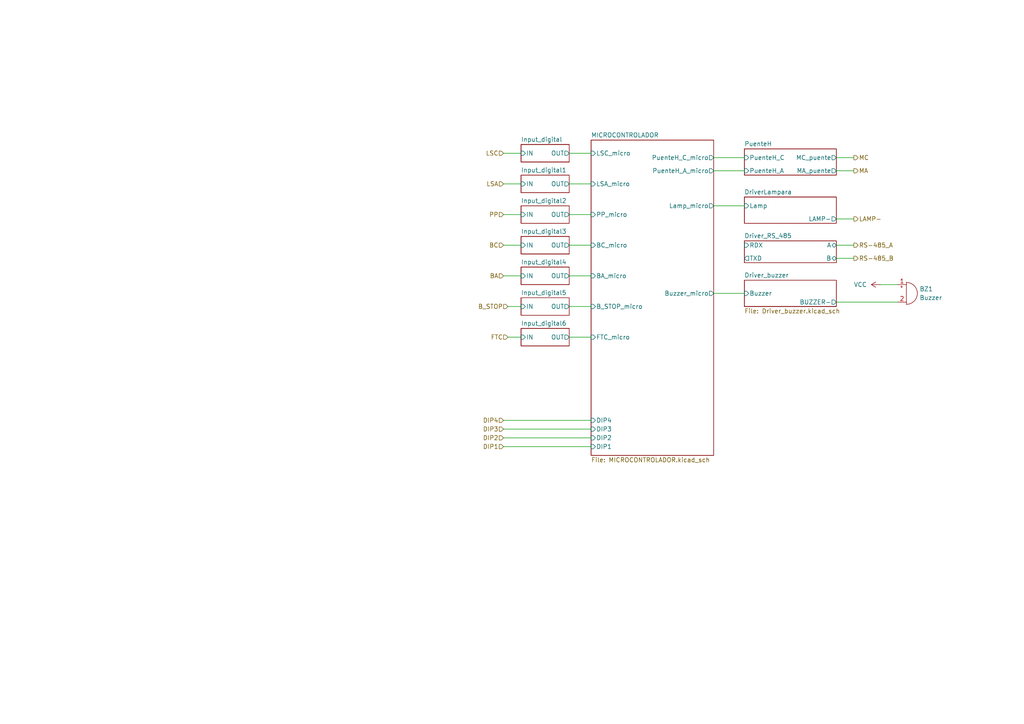
<source format=kicad_sch>
(kicad_sch
	(version 20250114)
	(generator "eeschema")
	(generator_version "9.0")
	(uuid "d0fe5677-f880-4651-8774-e9aeb304ae1a")
	(paper "A4")
	(lib_symbols
		(symbol "Device:Buzzer"
			(pin_names
				(offset 0.0254)
				(hide yes)
			)
			(exclude_from_sim no)
			(in_bom yes)
			(on_board yes)
			(property "Reference" "BZ"
				(at 3.81 1.27 0)
				(effects
					(font
						(size 1.27 1.27)
					)
					(justify left)
				)
			)
			(property "Value" "Buzzer"
				(at 3.81 -1.27 0)
				(effects
					(font
						(size 1.27 1.27)
					)
					(justify left)
				)
			)
			(property "Footprint" ""
				(at -0.635 2.54 90)
				(effects
					(font
						(size 1.27 1.27)
					)
					(hide yes)
				)
			)
			(property "Datasheet" "~"
				(at -0.635 2.54 90)
				(effects
					(font
						(size 1.27 1.27)
					)
					(hide yes)
				)
			)
			(property "Description" "Buzzer, polarized"
				(at 0 0 0)
				(effects
					(font
						(size 1.27 1.27)
					)
					(hide yes)
				)
			)
			(property "ki_keywords" "quartz resonator ceramic"
				(at 0 0 0)
				(effects
					(font
						(size 1.27 1.27)
					)
					(hide yes)
				)
			)
			(property "ki_fp_filters" "*Buzzer*"
				(at 0 0 0)
				(effects
					(font
						(size 1.27 1.27)
					)
					(hide yes)
				)
			)
			(symbol "Buzzer_0_1"
				(polyline
					(pts
						(xy -1.651 1.905) (xy -1.143 1.905)
					)
					(stroke
						(width 0)
						(type default)
					)
					(fill
						(type none)
					)
				)
				(polyline
					(pts
						(xy -1.397 2.159) (xy -1.397 1.651)
					)
					(stroke
						(width 0)
						(type default)
					)
					(fill
						(type none)
					)
				)
				(arc
					(start 0 3.175)
					(mid 3.1612 0)
					(end 0 -3.175)
					(stroke
						(width 0)
						(type default)
					)
					(fill
						(type none)
					)
				)
				(polyline
					(pts
						(xy 0 3.175) (xy 0 -3.175)
					)
					(stroke
						(width 0)
						(type default)
					)
					(fill
						(type none)
					)
				)
			)
			(symbol "Buzzer_1_1"
				(pin passive line
					(at -2.54 2.54 0)
					(length 2.54)
					(name "+"
						(effects
							(font
								(size 1.27 1.27)
							)
						)
					)
					(number "1"
						(effects
							(font
								(size 1.27 1.27)
							)
						)
					)
				)
				(pin passive line
					(at -2.54 -2.54 0)
					(length 2.54)
					(name "-"
						(effects
							(font
								(size 1.27 1.27)
							)
						)
					)
					(number "2"
						(effects
							(font
								(size 1.27 1.27)
							)
						)
					)
				)
			)
			(embedded_fonts no)
		)
		(symbol "power:VCC"
			(power)
			(pin_numbers
				(hide yes)
			)
			(pin_names
				(offset 0)
				(hide yes)
			)
			(exclude_from_sim no)
			(in_bom yes)
			(on_board yes)
			(property "Reference" "#PWR"
				(at 0 -3.81 0)
				(effects
					(font
						(size 1.27 1.27)
					)
					(hide yes)
				)
			)
			(property "Value" "VCC"
				(at 0 3.556 0)
				(effects
					(font
						(size 1.27 1.27)
					)
				)
			)
			(property "Footprint" ""
				(at 0 0 0)
				(effects
					(font
						(size 1.27 1.27)
					)
					(hide yes)
				)
			)
			(property "Datasheet" ""
				(at 0 0 0)
				(effects
					(font
						(size 1.27 1.27)
					)
					(hide yes)
				)
			)
			(property "Description" "Power symbol creates a global label with name \"VCC\""
				(at 0 0 0)
				(effects
					(font
						(size 1.27 1.27)
					)
					(hide yes)
				)
			)
			(property "ki_keywords" "global power"
				(at 0 0 0)
				(effects
					(font
						(size 1.27 1.27)
					)
					(hide yes)
				)
			)
			(symbol "VCC_0_1"
				(polyline
					(pts
						(xy -0.762 1.27) (xy 0 2.54)
					)
					(stroke
						(width 0)
						(type default)
					)
					(fill
						(type none)
					)
				)
				(polyline
					(pts
						(xy 0 2.54) (xy 0.762 1.27)
					)
					(stroke
						(width 0)
						(type default)
					)
					(fill
						(type none)
					)
				)
				(polyline
					(pts
						(xy 0 0) (xy 0 2.54)
					)
					(stroke
						(width 0)
						(type default)
					)
					(fill
						(type none)
					)
				)
			)
			(symbol "VCC_1_1"
				(pin power_in line
					(at 0 0 90)
					(length 0)
					(name "~"
						(effects
							(font
								(size 1.27 1.27)
							)
						)
					)
					(number "1"
						(effects
							(font
								(size 1.27 1.27)
							)
						)
					)
				)
			)
			(embedded_fonts no)
		)
	)
	(wire
		(pts
			(xy 146.05 124.46) (xy 171.45 124.46)
		)
		(stroke
			(width 0)
			(type default)
		)
		(uuid "00c3f3d2-9400-418b-9868-5d78c4cbf39e")
	)
	(wire
		(pts
			(xy 146.05 121.92) (xy 171.45 121.92)
		)
		(stroke
			(width 0)
			(type default)
		)
		(uuid "00da3a63-4639-4c33-9a16-d4ba389ae782")
	)
	(wire
		(pts
			(xy 165.1 97.79) (xy 171.45 97.79)
		)
		(stroke
			(width 0)
			(type default)
		)
		(uuid "058bcb01-c98c-4d8a-9271-a0b84e83ddb9")
	)
	(wire
		(pts
			(xy 242.57 71.12) (xy 247.65 71.12)
		)
		(stroke
			(width 0)
			(type default)
		)
		(uuid "08017cf5-8b11-4c78-921b-76956db02e56")
	)
	(wire
		(pts
			(xy 165.1 62.23) (xy 171.45 62.23)
		)
		(stroke
			(width 0)
			(type default)
		)
		(uuid "0ad70b3b-eb2d-41e6-832d-dcf01a9451ee")
	)
	(wire
		(pts
			(xy 242.57 63.5) (xy 247.65 63.5)
		)
		(stroke
			(width 0)
			(type default)
		)
		(uuid "1206da60-1f74-4d2b-b2ba-39650ab111f4")
	)
	(wire
		(pts
			(xy 146.05 129.54) (xy 171.45 129.54)
		)
		(stroke
			(width 0)
			(type default)
		)
		(uuid "1468d6a1-ae65-4116-940e-7476c6b0410e")
	)
	(wire
		(pts
			(xy 207.01 45.72) (xy 215.9 45.72)
		)
		(stroke
			(width 0)
			(type default)
		)
		(uuid "1e335ddf-87f7-4945-bfbd-eddd36700f65")
	)
	(wire
		(pts
			(xy 255.27 82.55) (xy 260.35 82.55)
		)
		(stroke
			(width 0)
			(type default)
		)
		(uuid "1f1b7efc-fee3-4540-841b-f2a9ae90df53")
	)
	(wire
		(pts
			(xy 242.57 87.63) (xy 260.35 87.63)
		)
		(stroke
			(width 0)
			(type default)
		)
		(uuid "3110dfd6-0295-44d3-b5a6-255887647c74")
	)
	(wire
		(pts
			(xy 165.1 44.45) (xy 171.45 44.45)
		)
		(stroke
			(width 0)
			(type default)
		)
		(uuid "362117b9-2306-42b0-b104-cd9b0839b119")
	)
	(wire
		(pts
			(xy 242.57 49.53) (xy 247.65 49.53)
		)
		(stroke
			(width 0)
			(type default)
		)
		(uuid "4720cc22-da3b-45cd-8c34-ffbab27b0d75")
	)
	(wire
		(pts
			(xy 207.01 85.09) (xy 215.9 85.09)
		)
		(stroke
			(width 0)
			(type default)
		)
		(uuid "5809c0ba-9e3c-4007-b788-7e938b86206d")
	)
	(wire
		(pts
			(xy 146.05 127) (xy 171.45 127)
		)
		(stroke
			(width 0)
			(type default)
		)
		(uuid "59957391-6af1-4b76-83a1-cc0b94e4e790")
	)
	(wire
		(pts
			(xy 165.1 88.9) (xy 171.45 88.9)
		)
		(stroke
			(width 0)
			(type default)
		)
		(uuid "599a7d92-85e5-4f5f-93cd-a8c9ff16fc39")
	)
	(wire
		(pts
			(xy 146.05 44.45) (xy 151.13 44.45)
		)
		(stroke
			(width 0)
			(type default)
		)
		(uuid "5b38a06d-1ae9-455f-bbbe-2336cd336613")
	)
	(wire
		(pts
			(xy 146.05 62.23) (xy 151.13 62.23)
		)
		(stroke
			(width 0)
			(type default)
		)
		(uuid "6467e95c-d278-4639-9b09-93d235c8f937")
	)
	(wire
		(pts
			(xy 207.01 49.53) (xy 215.9 49.53)
		)
		(stroke
			(width 0)
			(type default)
		)
		(uuid "8652a962-6e1d-4a44-8eb7-879ec739f83e")
	)
	(wire
		(pts
			(xy 242.57 45.72) (xy 247.65 45.72)
		)
		(stroke
			(width 0)
			(type default)
		)
		(uuid "a4fda204-f2f6-4131-906c-3b138cecaeb5")
	)
	(wire
		(pts
			(xy 146.05 53.34) (xy 151.13 53.34)
		)
		(stroke
			(width 0)
			(type default)
		)
		(uuid "a9ecc670-3a14-4dc5-9de1-1ac76616737d")
	)
	(wire
		(pts
			(xy 146.05 71.12) (xy 151.13 71.12)
		)
		(stroke
			(width 0)
			(type default)
		)
		(uuid "b1ee17b1-1542-491a-9564-99c7b03189b3")
	)
	(wire
		(pts
			(xy 207.01 59.69) (xy 215.9 59.69)
		)
		(stroke
			(width 0)
			(type default)
		)
		(uuid "b8617acc-f85a-46dc-80c8-d790420358ce")
	)
	(wire
		(pts
			(xy 147.32 97.79) (xy 151.13 97.79)
		)
		(stroke
			(width 0)
			(type default)
		)
		(uuid "bf242e5a-ee05-47b5-9854-e2c87827d93f")
	)
	(wire
		(pts
			(xy 242.57 74.93) (xy 247.65 74.93)
		)
		(stroke
			(width 0)
			(type default)
		)
		(uuid "d04ab56b-0b19-44ce-8716-f722d855d3b4")
	)
	(wire
		(pts
			(xy 165.1 53.34) (xy 171.45 53.34)
		)
		(stroke
			(width 0)
			(type default)
		)
		(uuid "d23f534f-2dec-4b57-aa23-165c9a8b458f")
	)
	(wire
		(pts
			(xy 165.1 71.12) (xy 171.45 71.12)
		)
		(stroke
			(width 0)
			(type default)
		)
		(uuid "dbe99ae2-52ac-4ddc-8f6f-522ed0da12a3")
	)
	(wire
		(pts
			(xy 146.05 80.01) (xy 151.13 80.01)
		)
		(stroke
			(width 0)
			(type default)
		)
		(uuid "e244d5d7-4f1c-408e-859a-c763c265176f")
	)
	(wire
		(pts
			(xy 147.32 88.9) (xy 151.13 88.9)
		)
		(stroke
			(width 0)
			(type default)
		)
		(uuid "ea0f7266-d23a-4698-96c3-ff21ee4fad2c")
	)
	(wire
		(pts
			(xy 165.1 80.01) (xy 171.45 80.01)
		)
		(stroke
			(width 0)
			(type default)
		)
		(uuid "f09b4cd0-cceb-45f3-a7d9-f9f4eec3fe45")
	)
	(hierarchical_label "PP"
		(shape input)
		(at 146.05 62.23 180)
		(effects
			(font
				(size 1.27 1.27)
			)
			(justify right)
		)
		(uuid "107aaee1-f3cd-4a48-b284-5cc7ff503d93")
	)
	(hierarchical_label "MC"
		(shape output)
		(at 247.65 45.72 0)
		(effects
			(font
				(size 1.27 1.27)
			)
			(justify left)
		)
		(uuid "2b73c386-a490-4f2b-871c-762513c9c057")
	)
	(hierarchical_label "DIP1"
		(shape input)
		(at 146.05 129.54 180)
		(effects
			(font
				(size 1.27 1.27)
			)
			(justify right)
		)
		(uuid "2d22d601-5141-4bfc-a370-7bbf2ad17032")
	)
	(hierarchical_label "LSC"
		(shape input)
		(at 146.05 44.45 180)
		(effects
			(font
				(size 1.27 1.27)
			)
			(justify right)
		)
		(uuid "46f98ffd-545c-4593-9fc7-cf54d9c1fafd")
	)
	(hierarchical_label "LAMP-"
		(shape output)
		(at 247.65 63.5 0)
		(effects
			(font
				(size 1.27 1.27)
			)
			(justify left)
		)
		(uuid "476f71c0-a2b1-401c-89c2-18167d394dc0")
	)
	(hierarchical_label "MA"
		(shape output)
		(at 247.65 49.53 0)
		(effects
			(font
				(size 1.27 1.27)
			)
			(justify left)
		)
		(uuid "48808b55-9fd3-491c-bba5-b506f1a81ef0")
	)
	(hierarchical_label "RS-485_B"
		(shape output)
		(at 247.65 74.93 0)
		(effects
			(font
				(size 1.27 1.27)
			)
			(justify left)
		)
		(uuid "6552502d-6c76-48a4-82ec-7e270f383e58")
	)
	(hierarchical_label "DIP3"
		(shape input)
		(at 146.05 124.46 180)
		(effects
			(font
				(size 1.27 1.27)
			)
			(justify right)
		)
		(uuid "67f3ab1e-2b8a-4cf7-80ba-6a023073a0f4")
	)
	(hierarchical_label "BA"
		(shape input)
		(at 146.05 80.01 180)
		(effects
			(font
				(size 1.27 1.27)
			)
			(justify right)
		)
		(uuid "8c66cd03-e072-4ed3-ab13-13ab652737ff")
	)
	(hierarchical_label "B_STOP"
		(shape input)
		(at 147.32 88.9 180)
		(effects
			(font
				(size 1.27 1.27)
			)
			(justify right)
		)
		(uuid "935dc878-5d11-4a05-8072-e48216e53eef")
	)
	(hierarchical_label "BC"
		(shape input)
		(at 146.05 71.12 180)
		(effects
			(font
				(size 1.27 1.27)
			)
			(justify right)
		)
		(uuid "a3509665-f516-4e3d-b528-80b6a5d6d73e")
	)
	(hierarchical_label "LSA"
		(shape input)
		(at 146.05 53.34 180)
		(effects
			(font
				(size 1.27 1.27)
			)
			(justify right)
		)
		(uuid "c92c5afa-2f57-416b-a477-9dc99b23ea2e")
	)
	(hierarchical_label "RS-485_A"
		(shape output)
		(at 247.65 71.12 0)
		(effects
			(font
				(size 1.27 1.27)
			)
			(justify left)
		)
		(uuid "ce65a09c-455a-48fe-90b1-26415dc2ab2b")
	)
	(hierarchical_label "DIP4"
		(shape input)
		(at 146.05 121.92 180)
		(effects
			(font
				(size 1.27 1.27)
			)
			(justify right)
		)
		(uuid "d0fec52c-e474-477c-90d7-d22189f4de0c")
	)
	(hierarchical_label "FTC"
		(shape input)
		(at 147.32 97.79 180)
		(effects
			(font
				(size 1.27 1.27)
			)
			(justify right)
		)
		(uuid "db65cbec-27fa-4a75-ade8-0af98b0e9417")
	)
	(hierarchical_label "DIP2"
		(shape input)
		(at 146.05 127 180)
		(effects
			(font
				(size 1.27 1.27)
			)
			(justify right)
		)
		(uuid "ebd901c9-880c-477c-bdaa-123f8fbdd081")
	)
	(symbol
		(lib_id "Device:Buzzer")
		(at 262.89 85.09 0)
		(unit 1)
		(exclude_from_sim no)
		(in_bom yes)
		(on_board yes)
		(dnp no)
		(fields_autoplaced yes)
		(uuid "267dc3c5-7a2d-4ea9-a924-0d17b9b51f60")
		(property "Reference" "BZ1"
			(at 266.7 83.8199 0)
			(effects
				(font
					(size 1.27 1.27)
				)
				(justify left)
			)
		)
		(property "Value" "Buzzer"
			(at 266.7 86.3599 0)
			(effects
				(font
					(size 1.27 1.27)
				)
				(justify left)
			)
		)
		(property "Footprint" ""
			(at 262.255 82.55 90)
			(effects
				(font
					(size 1.27 1.27)
				)
				(hide yes)
			)
		)
		(property "Datasheet" "~"
			(at 262.255 82.55 90)
			(effects
				(font
					(size 1.27 1.27)
				)
				(hide yes)
			)
		)
		(property "Description" "Buzzer, polarized"
			(at 262.89 85.09 0)
			(effects
				(font
					(size 1.27 1.27)
				)
				(hide yes)
			)
		)
		(pin "1"
			(uuid "3e9f92e9-012b-4aa1-87cd-ae50526d850e")
		)
		(pin "2"
			(uuid "2b1d0d1a-6879-4322-b25f-234c19dbffe3")
		)
		(instances
			(project ""
				(path "/1b977d99-1d22-4971-9e37-13f65a474bc7/be4a5a19-382f-465e-8ce7-b4d36dda7d2a"
					(reference "BZ1")
					(unit 1)
				)
			)
		)
	)
	(symbol
		(lib_id "power:VCC")
		(at 255.27 82.55 90)
		(unit 1)
		(exclude_from_sim no)
		(in_bom yes)
		(on_board yes)
		(dnp no)
		(fields_autoplaced yes)
		(uuid "5d1cedd9-5790-49fa-b76b-76696b5f9a54")
		(property "Reference" "#PWR051"
			(at 259.08 82.55 0)
			(effects
				(font
					(size 1.27 1.27)
				)
				(hide yes)
			)
		)
		(property "Value" "VCC"
			(at 251.46 82.5499 90)
			(effects
				(font
					(size 1.27 1.27)
				)
				(justify left)
			)
		)
		(property "Footprint" ""
			(at 255.27 82.55 0)
			(effects
				(font
					(size 1.27 1.27)
				)
				(hide yes)
			)
		)
		(property "Datasheet" ""
			(at 255.27 82.55 0)
			(effects
				(font
					(size 1.27 1.27)
				)
				(hide yes)
			)
		)
		(property "Description" "Power symbol creates a global label with name \"VCC\""
			(at 255.27 82.55 0)
			(effects
				(font
					(size 1.27 1.27)
				)
				(hide yes)
			)
		)
		(pin "1"
			(uuid "48a07a4b-b973-4033-bb56-2ecd731b7622")
		)
		(instances
			(project "MICROOO PUERTA"
				(path "/1b977d99-1d22-4971-9e37-13f65a474bc7/be4a5a19-382f-465e-8ce7-b4d36dda7d2a"
					(reference "#PWR051")
					(unit 1)
				)
			)
		)
	)
	(sheet
		(at 151.13 95.25)
		(size 13.97 5.08)
		(exclude_from_sim no)
		(in_bom yes)
		(on_board yes)
		(dnp no)
		(fields_autoplaced yes)
		(stroke
			(width 0.1524)
			(type solid)
		)
		(fill
			(color 0 0 0 0.0000)
		)
		(uuid "498ee43e-cb17-4bcb-97c5-78d25d4a76d9")
		(property "Sheetname" "Input_digital6"
			(at 151.13 94.5384 0)
			(effects
				(font
					(size 1.27 1.27)
				)
				(justify left bottom)
			)
		)
		(property "Sheetfile" "Input_digital.kicad_sch"
			(at 151.13 100.9146 0)
			(effects
				(font
					(size 1.27 1.27)
				)
				(justify left top)
				(hide yes)
			)
		)
		(pin "IN" input
			(at 151.13 97.79 180)
			(uuid "379934a9-b6e5-4854-b536-32690239b94c")
			(effects
				(font
					(size 1.27 1.27)
				)
				(justify left)
			)
		)
		(pin "OUT" output
			(at 165.1 97.79 0)
			(uuid "354b3e54-9153-4bb4-8da4-306ac2a30e26")
			(effects
				(font
					(size 1.27 1.27)
				)
				(justify right)
			)
		)
		(instances
			(project "MICROOO PUERTA"
				(path "/1b977d99-1d22-4971-9e37-13f65a474bc7/be4a5a19-382f-465e-8ce7-b4d36dda7d2a"
					(page "9")
				)
			)
		)
	)
	(sheet
		(at 215.9 69.85)
		(size 26.67 6.35)
		(exclude_from_sim no)
		(in_bom yes)
		(on_board yes)
		(dnp no)
		(fields_autoplaced yes)
		(stroke
			(width 0.1524)
			(type solid)
		)
		(fill
			(color 0 0 0 0.0000)
		)
		(uuid "5997f8d1-ad14-4af7-ad5c-694bf1e7ea3c")
		(property "Sheetname" "Driver_RS_485"
			(at 215.9 69.1384 0)
			(effects
				(font
					(size 1.27 1.27)
				)
				(justify left bottom)
			)
		)
		(property "Sheetfile" "Driver_RS_485.kicad_sch"
			(at 215.9 76.7846 0)
			(effects
				(font
					(size 1.27 1.27)
				)
				(justify left top)
				(hide yes)
			)
		)
		(pin "A" bidirectional
			(at 242.57 71.12 0)
			(uuid "889e7c72-4230-4ffa-86f8-d163093ffdea")
			(effects
				(font
					(size 1.27 1.27)
				)
				(justify right)
			)
		)
		(pin "B" bidirectional
			(at 242.57 74.93 0)
			(uuid "370dbbfe-20b5-400e-bb9d-2af9f0662417")
			(effects
				(font
					(size 1.27 1.27)
				)
				(justify right)
			)
		)
		(pin "RDX" input
			(at 215.9 71.12 180)
			(uuid "c338716d-b09d-4c4b-95d1-74795dad4225")
			(effects
				(font
					(size 1.27 1.27)
				)
				(justify left)
			)
		)
		(pin "TXD" output
			(at 215.9 74.93 180)
			(uuid "e7d8dea4-1921-4a18-b5c9-d05175c70ff6")
			(effects
				(font
					(size 1.27 1.27)
				)
				(justify left)
			)
		)
		(instances
			(project "MICROOO PUERTA"
				(path "/1b977d99-1d22-4971-9e37-13f65a474bc7/be4a5a19-382f-465e-8ce7-b4d36dda7d2a"
					(page "15")
				)
			)
		)
	)
	(sheet
		(at 215.9 81.28)
		(size 26.67 7.62)
		(exclude_from_sim no)
		(in_bom yes)
		(on_board yes)
		(dnp no)
		(fields_autoplaced yes)
		(stroke
			(width 0.1524)
			(type solid)
		)
		(fill
			(color 0 0 0 0.0000)
		)
		(uuid "5c903b5a-7620-4596-99a3-35d5351c7a41")
		(property "Sheetname" "Driver_buzzer"
			(at 215.9 80.5684 0)
			(effects
				(font
					(size 1.27 1.27)
				)
				(justify left bottom)
			)
		)
		(property "Sheetfile" "Driver_buzzer.kicad_sch"
			(at 215.9 89.4846 0)
			(effects
				(font
					(size 1.27 1.27)
				)
				(justify left top)
			)
		)
		(pin "Buzzer" input
			(at 215.9 85.09 180)
			(uuid "17ab2fd3-47bc-4bad-825d-4ee97b71ed1a")
			(effects
				(font
					(size 1.27 1.27)
				)
				(justify left)
			)
		)
		(pin "BUZZER-" output
			(at 242.57 87.63 0)
			(uuid "a13ec314-88e2-44f7-bf2c-2009ca82e3b7")
			(effects
				(font
					(size 1.27 1.27)
				)
				(justify right)
			)
		)
		(instances
			(project "MICROOO PUERTA"
				(path "/1b977d99-1d22-4971-9e37-13f65a474bc7/be4a5a19-382f-465e-8ce7-b4d36dda7d2a"
					(page "15")
				)
			)
		)
	)
	(sheet
		(at 171.45 40.64)
		(size 35.56 91.44)
		(exclude_from_sim no)
		(in_bom yes)
		(on_board yes)
		(dnp no)
		(fields_autoplaced yes)
		(stroke
			(width 0.1524)
			(type solid)
		)
		(fill
			(color 0 0 0 0.0000)
		)
		(uuid "5df3b7e9-7623-4507-b778-b28e041d7a6c")
		(property "Sheetname" "MICROCONTROLADOR"
			(at 171.45 39.9284 0)
			(effects
				(font
					(size 1.27 1.27)
				)
				(justify left bottom)
			)
		)
		(property "Sheetfile" "MICROCONTROLADOR.kicad_sch"
			(at 171.45 132.6646 0)
			(effects
				(font
					(size 1.27 1.27)
				)
				(justify left top)
			)
		)
		(pin "DIP1" input
			(at 171.45 129.54 180)
			(uuid "8616ee00-7017-4392-9eb7-acb9724f0e9e")
			(effects
				(font
					(size 1.27 1.27)
				)
				(justify left)
			)
		)
		(pin "DIP2" input
			(at 171.45 127 180)
			(uuid "a741d09a-c3b8-432f-8244-776e083237ed")
			(effects
				(font
					(size 1.27 1.27)
				)
				(justify left)
			)
		)
		(pin "DIP3" input
			(at 171.45 124.46 180)
			(uuid "e5c8c760-9686-4fce-8af3-bb43e31ae134")
			(effects
				(font
					(size 1.27 1.27)
				)
				(justify left)
			)
		)
		(pin "DIP4" input
			(at 171.45 121.92 180)
			(uuid "7d6e5eca-5bce-4eb7-8a44-43fa51558b37")
			(effects
				(font
					(size 1.27 1.27)
				)
				(justify left)
			)
		)
		(pin "BA_micro" input
			(at 171.45 80.01 180)
			(uuid "92edf26a-7985-4dcc-92cd-3e0e55a29492")
			(effects
				(font
					(size 1.27 1.27)
				)
				(justify left)
			)
		)
		(pin "BC_micro" input
			(at 171.45 71.12 180)
			(uuid "e3d24562-2c17-44b8-9a10-5cf9605b69fc")
			(effects
				(font
					(size 1.27 1.27)
				)
				(justify left)
			)
		)
		(pin "B_STOP_micro" input
			(at 171.45 88.9 180)
			(uuid "b0354425-7dd9-4a17-9a6b-7716d07975df")
			(effects
				(font
					(size 1.27 1.27)
				)
				(justify left)
			)
		)
		(pin "FTC_micro" input
			(at 171.45 97.79 180)
			(uuid "a902d139-7572-4fb6-b7fb-9b5cf71a0777")
			(effects
				(font
					(size 1.27 1.27)
				)
				(justify left)
			)
		)
		(pin "LSA_micro" input
			(at 171.45 53.34 180)
			(uuid "8b79d217-51c9-4e5f-985d-a2667802cfb1")
			(effects
				(font
					(size 1.27 1.27)
				)
				(justify left)
			)
		)
		(pin "LSC_micro" input
			(at 171.45 44.45 180)
			(uuid "34c2937b-456d-4aa0-9873-fbe601552541")
			(effects
				(font
					(size 1.27 1.27)
				)
				(justify left)
			)
		)
		(pin "PP_micro" input
			(at 171.45 62.23 180)
			(uuid "5dc7a3e6-f5fb-498c-888d-5d2585682f5a")
			(effects
				(font
					(size 1.27 1.27)
				)
				(justify left)
			)
		)
		(pin "Lamp_micro" output
			(at 207.01 59.69 0)
			(uuid "4384b937-6cb8-4f47-8fcf-a90b236dfab3")
			(effects
				(font
					(size 1.27 1.27)
				)
				(justify right)
			)
		)
		(pin "Buzzer_micro" output
			(at 207.01 85.09 0)
			(uuid "79da31cc-cd1a-4587-8799-25e7f7340a27")
			(effects
				(font
					(size 1.27 1.27)
				)
				(justify right)
			)
		)
		(pin "PuenteH_A_micro" output
			(at 207.01 49.53 0)
			(uuid "4f935167-9780-4733-b47e-0560c563d8ea")
			(effects
				(font
					(size 1.27 1.27)
				)
				(justify right)
			)
		)
		(pin "PuenteH_C_micro" output
			(at 207.01 45.72 0)
			(uuid "9e857ab3-c5b4-4a71-9f38-484c63420dfd")
			(effects
				(font
					(size 1.27 1.27)
				)
				(justify right)
			)
		)
		(instances
			(project "MICROOO PUERTA"
				(path "/1b977d99-1d22-4971-9e37-13f65a474bc7/be4a5a19-382f-465e-8ce7-b4d36dda7d2a"
					(page "11")
				)
			)
		)
	)
	(sheet
		(at 151.13 50.8)
		(size 13.97 5.08)
		(exclude_from_sim no)
		(in_bom yes)
		(on_board yes)
		(dnp no)
		(fields_autoplaced yes)
		(stroke
			(width 0.1524)
			(type solid)
		)
		(fill
			(color 0 0 0 0.0000)
		)
		(uuid "63227406-7c3d-4285-83a6-b42f83ceff6b")
		(property "Sheetname" "Input_digital1"
			(at 151.13 50.0884 0)
			(effects
				(font
					(size 1.27 1.27)
				)
				(justify left bottom)
			)
		)
		(property "Sheetfile" "Input_digital.kicad_sch"
			(at 151.13 56.4646 0)
			(effects
				(font
					(size 1.27 1.27)
				)
				(justify left top)
				(hide yes)
			)
		)
		(pin "IN" input
			(at 151.13 53.34 180)
			(uuid "88af3a2a-0092-436f-a048-19872ee4ec13")
			(effects
				(font
					(size 1.27 1.27)
				)
				(justify left)
			)
		)
		(pin "OUT" output
			(at 165.1 53.34 0)
			(uuid "0fa70248-7ba3-497e-a066-1bbdfbea0256")
			(effects
				(font
					(size 1.27 1.27)
				)
				(justify right)
			)
		)
		(instances
			(project "MICROOO PUERTA"
				(path "/1b977d99-1d22-4971-9e37-13f65a474bc7/be4a5a19-382f-465e-8ce7-b4d36dda7d2a"
					(page "4")
				)
			)
		)
	)
	(sheet
		(at 151.13 77.47)
		(size 13.97 5.08)
		(exclude_from_sim no)
		(in_bom yes)
		(on_board yes)
		(dnp no)
		(fields_autoplaced yes)
		(stroke
			(width 0.1524)
			(type solid)
		)
		(fill
			(color 0 0 0 0.0000)
		)
		(uuid "79e0d816-1df9-4317-b364-7dca1077c0d3")
		(property "Sheetname" "Input_digital4"
			(at 151.13 76.7584 0)
			(effects
				(font
					(size 1.27 1.27)
				)
				(justify left bottom)
			)
		)
		(property "Sheetfile" "Input_digital.kicad_sch"
			(at 151.13 83.1346 0)
			(effects
				(font
					(size 1.27 1.27)
				)
				(justify left top)
				(hide yes)
			)
		)
		(pin "IN" input
			(at 151.13 80.01 180)
			(uuid "20a85a29-24b7-47e7-82e4-e83bf714a08e")
			(effects
				(font
					(size 1.27 1.27)
				)
				(justify left)
			)
		)
		(pin "OUT" output
			(at 165.1 80.01 0)
			(uuid "5f80038e-fe5d-4efb-88ea-5b427af6b420")
			(effects
				(font
					(size 1.27 1.27)
				)
				(justify right)
			)
		)
		(instances
			(project "MICROOO PUERTA"
				(path "/1b977d99-1d22-4971-9e37-13f65a474bc7/be4a5a19-382f-465e-8ce7-b4d36dda7d2a"
					(page "7")
				)
			)
		)
	)
	(sheet
		(at 151.13 68.58)
		(size 13.97 5.08)
		(exclude_from_sim no)
		(in_bom yes)
		(on_board yes)
		(dnp no)
		(fields_autoplaced yes)
		(stroke
			(width 0.1524)
			(type solid)
		)
		(fill
			(color 0 0 0 0.0000)
		)
		(uuid "7bcfcb45-1e59-442b-9b75-6f4c16a8f83c")
		(property "Sheetname" "Input_digital3"
			(at 151.13 67.8684 0)
			(effects
				(font
					(size 1.27 1.27)
				)
				(justify left bottom)
			)
		)
		(property "Sheetfile" "Input_digital.kicad_sch"
			(at 151.13 74.2446 0)
			(effects
				(font
					(size 1.27 1.27)
				)
				(justify left top)
				(hide yes)
			)
		)
		(pin "IN" input
			(at 151.13 71.12 180)
			(uuid "0eada5bf-8893-4b3e-b2a2-a30a1c5b959f")
			(effects
				(font
					(size 1.27 1.27)
				)
				(justify left)
			)
		)
		(pin "OUT" output
			(at 165.1 71.12 0)
			(uuid "63f7e5d1-6375-4147-b742-296b558eb40b")
			(effects
				(font
					(size 1.27 1.27)
				)
				(justify right)
			)
		)
		(instances
			(project "MICROOO PUERTA"
				(path "/1b977d99-1d22-4971-9e37-13f65a474bc7/be4a5a19-382f-465e-8ce7-b4d36dda7d2a"
					(page "6")
				)
			)
		)
	)
	(sheet
		(at 151.13 86.36)
		(size 13.97 5.08)
		(exclude_from_sim no)
		(in_bom yes)
		(on_board yes)
		(dnp no)
		(fields_autoplaced yes)
		(stroke
			(width 0.1524)
			(type solid)
		)
		(fill
			(color 0 0 0 0.0000)
		)
		(uuid "8d930a81-6f29-4b62-9f3d-3538f0be8ed0")
		(property "Sheetname" "Input_digital5"
			(at 151.13 85.6484 0)
			(effects
				(font
					(size 1.27 1.27)
				)
				(justify left bottom)
			)
		)
		(property "Sheetfile" "Input_digital.kicad_sch"
			(at 151.13 92.0246 0)
			(effects
				(font
					(size 1.27 1.27)
				)
				(justify left top)
				(hide yes)
			)
		)
		(pin "IN" input
			(at 151.13 88.9 180)
			(uuid "c704502c-2621-4c91-8a25-d418ab597dc2")
			(effects
				(font
					(size 1.27 1.27)
				)
				(justify left)
			)
		)
		(pin "OUT" output
			(at 165.1 88.9 0)
			(uuid "632053a2-6e53-4166-94d9-2b9bdb752897")
			(effects
				(font
					(size 1.27 1.27)
				)
				(justify right)
			)
		)
		(instances
			(project "MICROOO PUERTA"
				(path "/1b977d99-1d22-4971-9e37-13f65a474bc7/be4a5a19-382f-465e-8ce7-b4d36dda7d2a"
					(page "8")
				)
			)
		)
	)
	(sheet
		(at 151.13 59.69)
		(size 13.97 5.08)
		(exclude_from_sim no)
		(in_bom yes)
		(on_board yes)
		(dnp no)
		(fields_autoplaced yes)
		(stroke
			(width 0.1524)
			(type solid)
		)
		(fill
			(color 0 0 0 0.0000)
		)
		(uuid "a7a86acf-c198-486e-a42b-273da68a112d")
		(property "Sheetname" "Input_digital2"
			(at 151.13 58.9784 0)
			(effects
				(font
					(size 1.27 1.27)
				)
				(justify left bottom)
			)
		)
		(property "Sheetfile" "Input_digital.kicad_sch"
			(at 151.13 65.3546 0)
			(effects
				(font
					(size 1.27 1.27)
				)
				(justify left top)
				(hide yes)
			)
		)
		(pin "IN" input
			(at 151.13 62.23 180)
			(uuid "cb5c272b-98d1-4eef-846f-2bf531a8f6a2")
			(effects
				(font
					(size 1.27 1.27)
				)
				(justify left)
			)
		)
		(pin "OUT" output
			(at 165.1 62.23 0)
			(uuid "34d22d65-87e4-4a29-b3a0-1b8be0a37235")
			(effects
				(font
					(size 1.27 1.27)
				)
				(justify right)
			)
		)
		(instances
			(project "MICROOO PUERTA"
				(path "/1b977d99-1d22-4971-9e37-13f65a474bc7/be4a5a19-382f-465e-8ce7-b4d36dda7d2a"
					(page "5")
				)
			)
		)
	)
	(sheet
		(at 215.9 57.15)
		(size 26.67 7.62)
		(exclude_from_sim no)
		(in_bom yes)
		(on_board yes)
		(dnp no)
		(fields_autoplaced yes)
		(stroke
			(width 0.1524)
			(type solid)
		)
		(fill
			(color 0 0 0 0.0000)
		)
		(uuid "bfcc3fa2-33a1-42b9-9f87-e8fbea842790")
		(property "Sheetname" "DriverLampara"
			(at 215.9 56.4384 0)
			(effects
				(font
					(size 1.27 1.27)
				)
				(justify left bottom)
			)
		)
		(property "Sheetfile" "DriverLampara.kicad_sch"
			(at 215.9 65.3546 0)
			(effects
				(font
					(size 1.27 1.27)
				)
				(justify left top)
				(hide yes)
			)
		)
		(pin "Lamp" input
			(at 215.9 59.69 180)
			(uuid "458f68ff-7969-4b42-b60c-359f3b052699")
			(effects
				(font
					(size 1.27 1.27)
				)
				(justify left)
			)
		)
		(pin "LAMP-" output
			(at 242.57 63.5 0)
			(uuid "9d0a1215-6c37-4790-9164-cc0869cb99cf")
			(effects
				(font
					(size 1.27 1.27)
				)
				(justify right)
			)
		)
		(instances
			(project "MICROOO PUERTA"
				(path "/1b977d99-1d22-4971-9e37-13f65a474bc7/be4a5a19-382f-465e-8ce7-b4d36dda7d2a"
					(page "14")
				)
			)
		)
	)
	(sheet
		(at 151.13 41.91)
		(size 13.97 5.08)
		(exclude_from_sim no)
		(in_bom yes)
		(on_board yes)
		(dnp no)
		(fields_autoplaced yes)
		(stroke
			(width 0.1524)
			(type solid)
		)
		(fill
			(color 0 0 0 0.0000)
		)
		(uuid "c68ead41-e356-4f95-bd9f-b2af4554166d")
		(property "Sheetname" "Input_digital"
			(at 151.13 41.1984 0)
			(effects
				(font
					(size 1.27 1.27)
				)
				(justify left bottom)
			)
		)
		(property "Sheetfile" "Input_digital.kicad_sch"
			(at 151.13 47.5746 0)
			(effects
				(font
					(size 1.27 1.27)
				)
				(justify left top)
				(hide yes)
			)
		)
		(pin "IN" input
			(at 151.13 44.45 180)
			(uuid "d28a44bd-32bd-4583-a694-36ae4c87c446")
			(effects
				(font
					(size 1.27 1.27)
				)
				(justify left)
			)
		)
		(pin "OUT" output
			(at 165.1 44.45 0)
			(uuid "ff158f64-fc7a-4721-9995-ddfc0b8f5513")
			(effects
				(font
					(size 1.27 1.27)
				)
				(justify right)
			)
		)
		(instances
			(project "MICROOO PUERTA"
				(path "/1b977d99-1d22-4971-9e37-13f65a474bc7/be4a5a19-382f-465e-8ce7-b4d36dda7d2a"
					(page "3")
				)
			)
		)
	)
	(sheet
		(at 215.9 43.18)
		(size 26.67 7.62)
		(exclude_from_sim no)
		(in_bom yes)
		(on_board yes)
		(dnp no)
		(fields_autoplaced yes)
		(stroke
			(width 0.1524)
			(type solid)
		)
		(fill
			(color 0 0 0 0.0000)
		)
		(uuid "f37f3d81-c124-4514-96cc-c3f6281f6816")
		(property "Sheetname" "PuenteH"
			(at 215.9 42.4684 0)
			(effects
				(font
					(size 1.27 1.27)
				)
				(justify left bottom)
			)
		)
		(property "Sheetfile" "PuenteH.kicad_sch"
			(at 215.9 51.3846 0)
			(effects
				(font
					(size 1.27 1.27)
				)
				(justify left top)
				(hide yes)
			)
		)
		(pin "PuenteH_A" input
			(at 215.9 49.53 180)
			(uuid "2e1c0419-a156-4571-bba3-c78d4f1ac397")
			(effects
				(font
					(size 1.27 1.27)
				)
				(justify left)
			)
		)
		(pin "PuenteH_C" input
			(at 215.9 45.72 180)
			(uuid "83397396-3f4b-448b-a20d-f5fe2a866254")
			(effects
				(font
					(size 1.27 1.27)
				)
				(justify left)
			)
		)
		(pin "MA_puente" output
			(at 242.57 49.53 0)
			(uuid "978cbd62-3388-4712-9940-fd88681c894a")
			(effects
				(font
					(size 1.27 1.27)
				)
				(justify right)
			)
		)
		(pin "MC_puente" output
			(at 242.57 45.72 0)
			(uuid "b69143b3-4351-4e22-b0a0-a7398299573c")
			(effects
				(font
					(size 1.27 1.27)
				)
				(justify right)
			)
		)
		(instances
			(project "MICROOO PUERTA"
				(path "/1b977d99-1d22-4971-9e37-13f65a474bc7/be4a5a19-382f-465e-8ce7-b4d36dda7d2a"
					(page "13")
				)
			)
		)
	)
)

</source>
